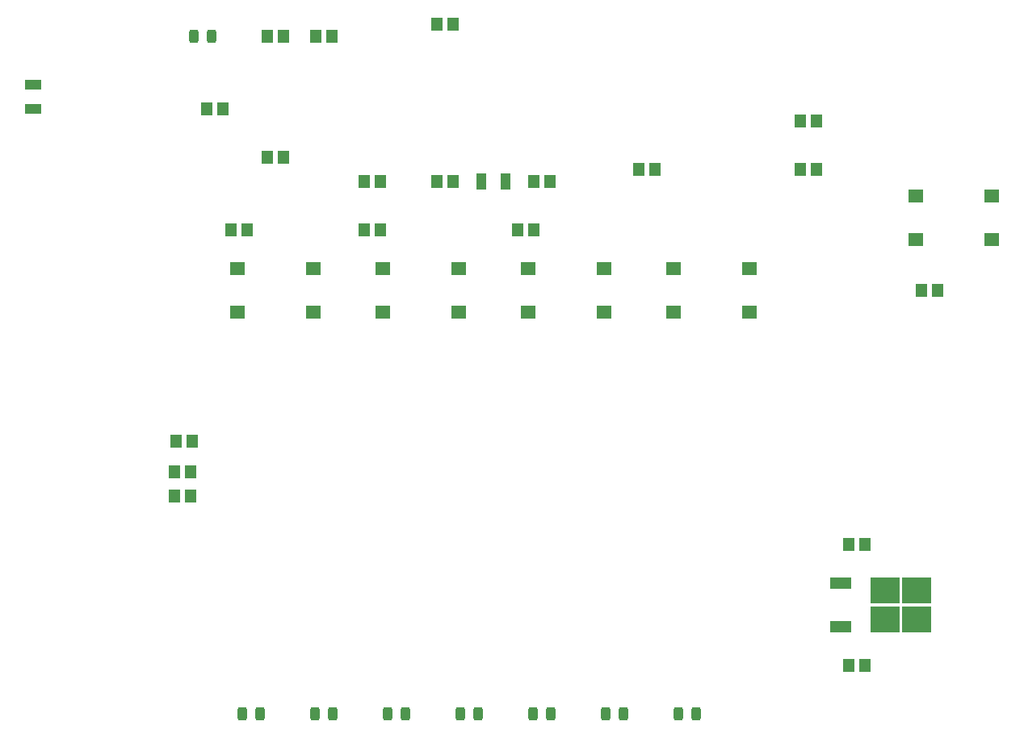
<source format=gbr>
%TF.GenerationSoftware,KiCad,Pcbnew,6.0.6-3a73a75311~116~ubuntu20.04.1*%
%TF.CreationDate,2022-07-18T01:41:21-04:00*%
%TF.ProjectId,first_project,66697273-745f-4707-926f-6a6563742e6b,rev?*%
%TF.SameCoordinates,PX4c4b400PY8a48640*%
%TF.FileFunction,Paste,Top*%
%TF.FilePolarity,Positive*%
%FSLAX46Y46*%
G04 Gerber Fmt 4.6, Leading zero omitted, Abs format (unit mm)*
G04 Created by KiCad (PCBNEW 6.0.6-3a73a75311~116~ubuntu20.04.1) date 2022-07-18 01:41:21*
%MOMM*%
%LPD*%
G01*
G04 APERTURE LIST*
G04 Aperture macros list*
%AMRoundRect*
0 Rectangle with rounded corners*
0 $1 Rounding radius*
0 $2 $3 $4 $5 $6 $7 $8 $9 X,Y pos of 4 corners*
0 Add a 4 corners polygon primitive as box body*
4,1,4,$2,$3,$4,$5,$6,$7,$8,$9,$2,$3,0*
0 Add four circle primitives for the rounded corners*
1,1,$1+$1,$2,$3*
1,1,$1+$1,$4,$5*
1,1,$1+$1,$6,$7*
1,1,$1+$1,$8,$9*
0 Add four rect primitives between the rounded corners*
20,1,$1+$1,$2,$3,$4,$5,0*
20,1,$1+$1,$4,$5,$6,$7,0*
20,1,$1+$1,$6,$7,$8,$9,0*
20,1,$1+$1,$8,$9,$2,$3,0*%
G04 Aperture macros list end*
%ADD10R,1.000000X1.800000*%
%ADD11RoundRect,0.243750X-0.243750X-0.456250X0.243750X-0.456250X0.243750X0.456250X-0.243750X0.456250X0*%
%ADD12R,1.150000X1.400000*%
%ADD13R,1.600000X1.400000*%
%ADD14R,1.800000X1.000000*%
%ADD15R,3.050000X2.750000*%
%ADD16R,2.200000X1.200000*%
G04 APERTURE END LIST*
D10*
%TO.C,Y1*%
X81270000Y67530000D03*
X78770000Y67530000D03*
%TD*%
D11*
%TO.C,D7*%
X91782500Y11650000D03*
X93657500Y11650000D03*
%TD*%
%TO.C,D5*%
X76542500Y11650000D03*
X78417500Y11650000D03*
%TD*%
D12*
%TO.C,C9*%
X46785000Y40225000D03*
X48485000Y40225000D03*
%TD*%
D13*
%TO.C,SW1*%
X124280000Y65970000D03*
X132280000Y65970000D03*
X124280000Y61470000D03*
X132280000Y61470000D03*
%TD*%
D12*
%TO.C,C2*%
X75790000Y84040000D03*
X74090000Y84040000D03*
%TD*%
D11*
%TO.C,D8*%
X99402500Y11650000D03*
X101277500Y11650000D03*
%TD*%
D13*
%TO.C,SW2*%
X61160000Y53850000D03*
X53160000Y53850000D03*
X61160000Y58350000D03*
X53160000Y58350000D03*
%TD*%
D11*
%TO.C,D2*%
X53682500Y11650000D03*
X55557500Y11650000D03*
%TD*%
D13*
%TO.C,SW3*%
X76400000Y53850000D03*
X68400000Y53850000D03*
X76400000Y58350000D03*
X68400000Y58350000D03*
%TD*%
D11*
%TO.C,D3*%
X61302500Y11650000D03*
X63177500Y11650000D03*
%TD*%
D12*
%TO.C,C4*%
X117270000Y29430000D03*
X118970000Y29430000D03*
%TD*%
%TO.C,R2*%
X56310000Y70070000D03*
X58010000Y70070000D03*
%TD*%
D14*
%TO.C,Y2*%
X31760000Y75170000D03*
X31760000Y77670000D03*
%TD*%
D12*
%TO.C,R3*%
X112190000Y73880000D03*
X113890000Y73880000D03*
%TD*%
%TO.C,C5*%
X84250000Y67530000D03*
X85950000Y67530000D03*
%TD*%
%TO.C,R4*%
X112190000Y68800000D03*
X113890000Y68800000D03*
%TD*%
%TO.C,C1*%
X117270000Y16730000D03*
X118970000Y16730000D03*
%TD*%
%TO.C,C6*%
X124890000Y56100000D03*
X126590000Y56100000D03*
%TD*%
D11*
%TO.C,D1*%
X48602500Y82770000D03*
X50477500Y82770000D03*
%TD*%
D12*
%TO.C,C7*%
X66470000Y67530000D03*
X68170000Y67530000D03*
%TD*%
%TO.C,R1*%
X51660000Y75150000D03*
X49960000Y75150000D03*
%TD*%
D13*
%TO.C,SW4*%
X91640000Y53850000D03*
X83640000Y53850000D03*
X91640000Y58350000D03*
X83640000Y58350000D03*
%TD*%
D12*
%TO.C,C8*%
X46570000Y37050000D03*
X48270000Y37050000D03*
%TD*%
D13*
%TO.C,SW5*%
X106880000Y53850000D03*
X98880000Y53850000D03*
X106880000Y58350000D03*
X98880000Y58350000D03*
%TD*%
D12*
%TO.C,R10*%
X48270000Y34510000D03*
X46570000Y34510000D03*
%TD*%
%TO.C,R13*%
X61390000Y82770000D03*
X63090000Y82770000D03*
%TD*%
%TO.C,R9*%
X66470000Y62450000D03*
X68170000Y62450000D03*
%TD*%
%TO.C,C3*%
X74090000Y67530000D03*
X75790000Y67530000D03*
%TD*%
%TO.C,R12*%
X96960000Y68800000D03*
X95260000Y68800000D03*
%TD*%
D15*
%TO.C,U2*%
X124435000Y21555000D03*
X121085000Y24605000D03*
X124435000Y24605000D03*
X121085000Y21555000D03*
D16*
X116460000Y25360000D03*
X116460000Y20800000D03*
%TD*%
D12*
%TO.C,R5*%
X52500000Y62450000D03*
X54200000Y62450000D03*
%TD*%
%TO.C,R14*%
X56310000Y82770000D03*
X58010000Y82770000D03*
%TD*%
%TO.C,R11*%
X82560000Y62450000D03*
X84260000Y62450000D03*
%TD*%
D11*
%TO.C,D6*%
X84162500Y11650000D03*
X86037500Y11650000D03*
%TD*%
%TO.C,D4*%
X68922500Y11650000D03*
X70797500Y11650000D03*
%TD*%
M02*

</source>
